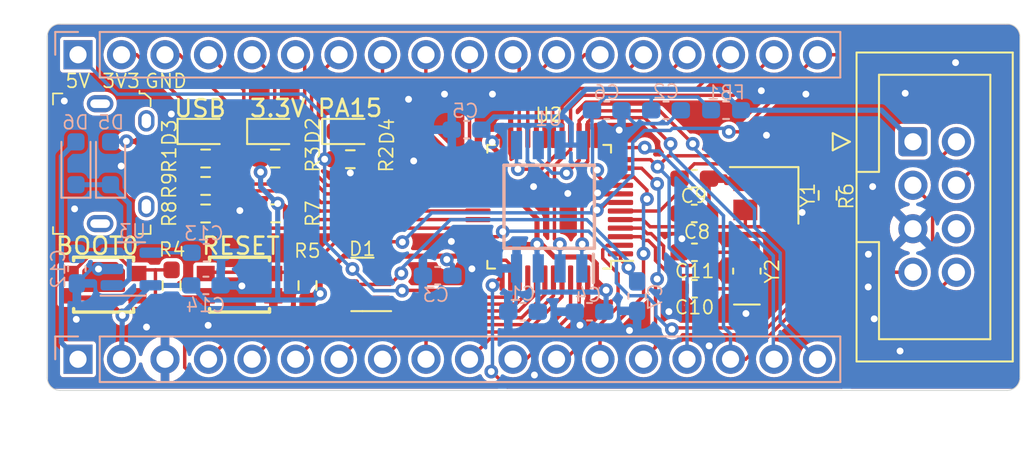
<source format=kicad_pcb>
(kicad_pcb (version 20221018) (generator pcbnew)
  (layers (0 "F.Cu" signal) (31 "B.Cu" signal) (34 "B.Paste" user) (35 "F.Paste" user) (36 "B.SilkS" user "B.Silkscreen") (37 "F.SilkS" user "F.Silkscreen") (38 "B.Mask" user) (39 "F.Mask" user) (44 "Edge.Cuts" user))
  (net 0 "")
  (net 1 "GND")
  (net 2 "+3.3V")
  (net 3 "PC13")
  (net 4 "PB15")
  (net 5 "PB14")
  (net 6 "PB13")
  (net 7 "PB12")
  (net 8 "PB11")
  (net 9 "PB10")
  (net 10 "PB9")
  (net 11 "PB8")
  (net 12 "PB7")
  (net 13 "PB6")
  (net 14 "PB5")
  (net 15 "PB4")
  (net 16 "PB2")
  (net 17 "PB1")
  (net 18 "PB0")
  (net 19 "PA0")
  (net 20 "PA1")
  (net 21 "PA4")
  (net 22 "PA5")
  (net 23 "PA6")
  (net 24 "PA7")
  (net 25 "PA8")
  (net 26 "PA9")
  (net 27 "PA10")
  (net 28 "PA11")
  (net 29 "PA12")
  (net 30 "PA15")
  (net 31 "RTC_BATT")
  (net 32 "Net-(D4-A)")
  (net 33 "VBUS")
  (net 34 "PA2")
  (net 35 "PA3")
  (net 36 "~{RESET}")
  (net 37 "PB3")
  (net 38 "PA13")
  (net 39 "PA14")
  (net 40 "+5V")
  (net 41 "Net-(D3-A)")
  (net 42 "Net-(D5-K)")
  (net 43 "Net-(U2-3V3A)")
  (net 44 "Net-(U2-VBAT)")
  (net 45 "Net-(U2-OSC_8M_A)")
  (net 46 "Net-(U2-OSC_8M_B)")
  (net 47 "Net-(U2-OSC32K_A)")
  (net 48 "Net-(U2-OSC32K_B)")
  (net 49 "Net-(U3-BYP)")
  (net 50 "Net-(J2-D-)")
  (net 51 "Net-(J2-D+)")
  (net 52 "Net-(U2-BOOT0)")
  (net 53 "Net-(D2-A)")
  (footprint "LED_SMD:LED_0603_1608Metric_Pad1.05x0.95mm_HandSolder" (layer "F.Cu") (at 107.4725 54.48)
    (fp_text reference "D3")
    (fp_text value "\"USB\"")
  )
  (footprint "Resistor_SMD:R_0603_1608Metric_Pad0.98x0.95mm_HandSolder" (layer "F.Cu") (at 107.45 56.06 180)
    (fp_text reference "R1")
    (fp_text value "1kΩ")
  )
  (footprint "Capacitor_SMD:C_0603_1608Metric_Pad1.08x0.95mm_HandSolder" (layer "F.Cu") (at 135.995 63.665 180)
    (fp_text reference "C10")
    (fp_text value "20pF")
  )
  (footprint "Resistor_SMD:R_0603_1608Metric_Pad0.98x0.95mm_HandSolder" (layer "F.Cu") (at 113.4 63.475 -90)
    (fp_text reference "R5")
    (fp_text value "10kΩ")
  )
  (footprint "Resistor_SMD:R_0603_1608Metric_Pad0.98x0.95mm_HandSolder" (layer "F.Cu") (at 111.5125 56.06 180)
    (fp_text reference "R3")
    (fp_text value "330Ω")
  )
  (footprint "Retronics_Switches:SKTHACE010" (layer "F.Cu") (at 109.431666 63.425 180)
    (fp_text reference "SW2" hide)
    (fp_text value "RESET" hide)
  )
  (footprint "Crystal:Crystal_SMD_MicroCrystal_CC8V-T1A-2Pin_2.0x1.2mm_HandSoldering" (layer "F.Cu") (at 139.055 62.635 90)
    (fp_text reference "Y2")
    (fp_text value "CM8V-T1A-32.768KHZ-12.5PF")
  )
  (footprint "Crystal:Crystal_SMD_3225-4Pin_3.2x2.5mm" (layer "F.Cu") (at 140.065 58.210833 180)
    (fp_text reference "Y1")
    (fp_text value "XC32M4-8.000")
  )
  (footprint "Resistor_SMD:R_0603_1608Metric_Pad0.98x0.95mm_HandSolder" (layer "F.Cu") (at 115.9 56.1 180)
    (fp_text reference "R2")
    (fp_text value "330Ω")
  )
  (footprint "Connector_IDC:IDC-Header_2x04_P2.54mm_Vertical" (layer "F.Cu") (at 148.75 55.08)
    (fp_text reference "J1" hide)
    (fp_text value "SWDIO+Serial")
  )
  (footprint "Capacitor_SMD:C_0603_1608Metric_Pad1.08x0.95mm_HandSolder" (layer "F.Cu") (at 135.9825 57.235 180)
    (fp_text reference "C9")
    (fp_text value "20pF")
  )
  (footprint "LED_SMD:LED_0603_1608Metric_Pad1.05x0.95mm_HandSolder" (layer "F.Cu") (at 111.535 54.48)
    (fp_text reference "D2")
    (fp_text value "\"3V3\"")
  )
  (footprint "Package_QFP:LQFP-48_7x7mm_P0.5mm" (layer "F.Cu") (at 127.511555 58.875109 180)
    (fp_text reference "U2")
    (fp_text value "STM32F103CBTx")
  )
  (footprint "digikey-footprints:USB_Micro_B_Female_10118194-0001LF" (layer "F.Cu") (at 103.99 56.36 -90)
    (fp_text reference "J2" hide)
    (fp_text value "USB_B_Micro")
  )
  (footprint "Package_TO_SOT_SMD:SOT-23" (layer "F.Cu") (at 116.6075 63.41 180)
    (fp_text reference "D1")
    (fp_text value "BAT54C")
  )
  (footprint "Capacitor_SMD:C_0603_1608Metric_Pad1.08x0.95mm_HandSolder" (layer "F.Cu") (at 135.995 61.535)
    (fp_text reference "C11")
    (fp_text value "20pF")
  )
  (footprint "Capacitor_SMD:C_0603_1608Metric_Pad1.08x0.95mm_HandSolder" (layer "F.Cu") (at 135.9825 59.268333 180)
    (fp_text reference "C8")
    (fp_text value "20pF")
  )
  (footprint "Retronics_Switches:SKTHACE010" (layer "F.Cu") (at 101.495 63.425 180)
    (fp_text reference "SW1" hide)
    (fp_text value "BOOT0" hide)
  )
  (footprint "Resistor_SMD:R_0603_1608Metric_Pad0.98x0.95mm_HandSolder" (layer "F.Cu") (at 107.45 59.27 180)
    (fp_text reference "R8")
    (fp_text value "20Ω")
  )
  (footprint "LED_SMD:LED_0603_1608Metric_Pad1.05x0.95mm_HandSolder" (layer "F.Cu") (at 115.9225 54.48)
    (fp_text reference "D4")
    (fp_text value "\"PA15\"")
  )
  (footprint "Resistor_SMD:R_0603_1608Metric_Pad0.98x0.95mm_HandSolder" (layer "F.Cu") (at 107.45 57.66 180)
    (fp_text reference "R9")
    (fp_text value "20Ω")
  )
  (footprint "Resistor_SMD:R_0603_1608Metric_Pad0.98x0.95mm_HandSolder" (layer "F.Cu") (at 143.77 58.2125 -90)
    (fp_text reference "R6")
    (fp_text value "1MΩ")
  )
  (footprint "Resistor_SMD:R_0603_1608Metric_Pad0.98x0.95mm_HandSolder" (layer "F.Cu") (at 111.5375 59.26 180)
    (fp_text reference "R7")
    (fp_text value "1.5kΩ")
  )
  (footprint "Resistor_SMD:R_0603_1608Metric_Pad0.98x0.95mm_HandSolder" (layer "F.Cu") (at 105.463333 63.475 90)
    (fp_text reference "R4")
    (fp_text value "10kΩ")
  )
  (footprint "Diode_SMD:D_SOD-323_HandSoldering" (layer "B.Cu") (at 101.9 56.3375 90)
    (fp_text reference "D5")
    (fp_text value "B0520WS")
  )
  (footprint "Capacitor_SMD:C_0603_1608Metric_Pad1.08x0.95mm_HandSolder" (layer "B.Cu") (at 132.645 64.095 90)
    (fp_text reference "C7")
    (fp_text value "100nF")
  )
  (footprint "Connector_PinHeader_2.54mm:PinHeader_1x18_P2.54mm_Vertical" (layer "B.Cu") (at 100 67.78 -90)
    (fp_text reference "J4" hide)
    (fp_text value "Header1")
  )
  (footprint "Inductor_SMD:L_0603_1608Metric_Pad1.05x0.95mm_HandSolder" (layer "B.Cu") (at 137.84 53.24)
    (fp_text reference "FB1")
    (fp_text value "Ferrite_Bead_Small")
  )
  (footprint "Capacitor_SMD:C_0603_1608Metric_Pad1.08x0.95mm_HandSolder" (layer "B.Cu") (at 121 62.9 180)
    (fp_text reference "C3")
    (fp_text value "100nF")
  )
  (footprint "Capacitor_SMD:C_0603_1608Metric_Pad1.08x0.95mm_HandSolder" (layer "B.Cu") (at 134.335 53.245 180)
    (fp_text reference "C2")
    (fp_text value "10µF")
  )
  (footprint "Capacitor_SMD:C_0603_1608Metric_Pad1.08x0.95mm_HandSolder" (layer "B.Cu") (at 130.8725 53.245 180)
    (fp_text reference "C6")
    (fp_text value "100nF")
  )
  (footprint "Capacitor_SMD:C_0603_1608Metric_Pad1.08x0.95mm_HandSolder" (layer "B.Cu") (at 129.865 65.005 180)
    (fp_text reference "C4")
    (fp_text value "100nF")
  )
  (footprint "Connector_PinHeader_2.54mm:PinHeader_1x18_P2.54mm_Vertical" (layer "B.Cu") (at 100 50 -90)
    (fp_text reference "J3" hide)
    (fp_text value "Header2")
  )
  (footprint "Capacitor_SMD:C_0603_1608Metric_Pad1.08x0.95mm_HandSolder" (layer "B.Cu") (at 99.93 62.49 90)
    (fp_text reference "C12")
    (fp_text value "10µF")
  )
  (footprint "Capacitor_SMD:C_0603_1608Metric_Pad1.08x0.95mm_HandSolder" (layer "B.Cu") (at 125.985 65.005)
    (fp_text reference "C1")
    (fp_text value "100nF")
  )
  (footprint "Package_TO_SOT_SMD:SOT-23-5" (layer "B.Cu") (at 103.1175 62.51)
    (fp_text reference "U3")
    (fp_text value "LD3985M33R_SOT23")
  )
  (footprint "Diode_SMD:D_SOD-323_HandSoldering" (layer "B.Cu") (at 99.88 56.3375 90)
    (fp_text reference "D6")
    (fp_text value "B0520WS")
  )
  (footprint "Capacitor_SMD:C_0603_1608Metric_Pad1.08x0.95mm_HandSolder" (layer "B.Cu") (at 122.6875 54.375 180)
    (fp_text reference "C5")
    (fp_text value "100nF")
  )
  (footprint "Retronics_Memory:W25Q32JVSSIQ" (layer "B.Cu") (at 127.511555 58.875109 90)
    (fp_text reference "U1")
    (fp_text value "W25Q32JVSSIQ" hide)
  )
  (footprint "Capacitor_SMD:C_0603_1608Metric_Pad1.08x0.95mm_HandSolder" (layer "B.Cu") (at 107.4675 63.47 180)
    (fp_text reference "C14")
    (fp_text value "1µF")
  )
  (footprint "Capacitor_SMD:C_0603_1608Metric_Pad1.08x0.95mm_HandSolder" (layer "B.Cu") (at 107.4875 61.56 180)
    (fp_text reference "C13")
    (fp_text value "10nF")
  )
  (gr_line (start 98.2 48.95) (end 98.2 68.85) (stroke (width 0.05)) (layer "Edge.Cuts"))
  (gr_arc (start 154.25 48.2) (mid 154.78033 48.41967) (end 155 48.95) (stroke (width 0.05)) (layer "Edge.Cuts"))
  (gr_arc (start 98.95 69.6) (mid 98.41967 69.38033) (end 98.2 68.85) (stroke (width 0.05)) (layer "Edge.Cuts"))
  (gr_line (start 98.95 69.6) (end 154.25 69.6) (stroke (width 0.05)) (layer "Edge.Cuts"))
  (gr_arc (start 98.2 48.95) (mid 98.41967 48.41967) (end 98.95 48.2) (stroke (width 0.05)) (layer "Edge.Cuts"))
  (gr_line (start 155 68.85) (end 155 48.95) (stroke (width 0.05)) (layer "Edge.Cuts"))
  (gr_line (start 154.25 48.2) (end 98.95 48.2) (stroke (width 0.05)) (layer "Edge.Cuts"))
  (gr_arc (start 155 68.85) (mid 154.78033 69.38033) (end 154.25 69.6) (stroke (width 0.05)) (layer "Edge.Cuts"))
  (gr_text "GND" (at 103.85 52) (layer "F.SilkS") (effects (font (size 0.8 0.8) (thickness 0.1)) (justify left bottom)))
  (gr_text "PA15" (at 113.9 53.7) (layer "F.SilkS") (effects (font (size 1 1)) (justify left bottom)))
  (gr_text "BOOT0" (at 98.62 61.75) (layer "F.SilkS") (effects (font (size 1 1)) (justify left bottom)))
  (gr_text "RESET" (at 107.15 61.75) (layer "F.SilkS") (effects (font (size 1 1)) (justify left bottom)))
  (gr_text "USB" (at 105.53 53.72) (layer "F.SilkS") (effects (font (size 1 1)) (justify left bottom)))
  (gr_text "3V3" (at 101.35 52) (layer "F.SilkS") (effects (font (size 0.8 0.8) (thickness 0.1)) (justify left bottom)))
  (gr_text "3.3V" (at 109.95 53.71) (layer "F.SilkS") (effects (font (size 1 1)) (justify left bottom)))
  (gr_text "5V" (at 99.2 52) (layer "F.SilkS") (effects (font (size 0.8 0.8) (thickness 0.1)) (justify left bottom)))
  (segment (start 136.845 59.268333) (end 136.845 57.235) (width 0.2) (layer "F.Cu") (net 1))
  (segment (start 135.1325 63.665) (end 135.1325 63.9825) (width 0.5) (layer "F.Cu") (net 1))
  (segment (start 105.700833 64.15) (end 105.463333 64.3875) (width 0.2) (layer "F.Cu") (net 1))
  (segment (start 141.314167 59.21) (end 141.165 59.060833) (width 0.2) (layer "F.Cu") (net 1))
  (segment (start 130.395109 58.125109) (end 130.34 58.07) (width 0.2) (layer "F.Cu") (net 1))
  (segment (start 139.440736 57.360833) (end 141.140736 59.060833) (width 0.2) (layer "F.Cu") (net 1))
  (segment (start 136.845 57.235) (end 138.839167 57.235) (width 0.2) (layer "F.Cu") (net 1))
  (segment (start 115.0475 54.48) (end 115.9 55.3325) (width 0.2) (layer "F.Cu") (net 1))
  (segment (start 115.9 55.3325) (end 115.9 56.9) (width 0.2) (layer "F.Cu") (net 1))
  (segment (start 110.22 64.15) (end 109.57 63.5) (width 0.2) (layer "F.Cu") (net 1))
  (segment (start 106.5975 54.48) (end 106.47 54.48) (width 0.2) (layer "F.Cu") (net 1))
  (segment (start 108.92 64.15) (end 107.631666 64.15) (width 0.2) (layer "F.Cu") (net 1))
  (segment (start 141.140736 59.060833) (end 141.165 59.060833) (width 0.2) (layer "F.Cu") (net 1))
  (segment (start 142.28 59.21) (end 141.314167 59.21) (width 0.2) (layer "F.Cu") (net 1))
  (segment (start 131.674055 58.125109) (end 130.395109 58.125109) (width 0.2) (layer "F.Cu") (net 1))
  (segment (start 109.57 63.5) (end 108.92 64.15) (width 0.2) (layer "F.Cu") (net 1))
  (segment (start 129.31 65.79) (end 129.761555 65.338445) (width 0.2) (layer "F.Cu") (net 1))
  (segment (start 121.8 60.9) (end 122.025109 61.125109) (width 0.2) (layer "F.Cu") (net 1))
  (segment (start 135.1325 61.535) (end 135.1325 60.870333) (width 0.2) (layer "F.Cu") (net 1))
  (segment (start 111.231666 64.15) (end 110.22 64.15) (width 0.2) (layer "F.Cu") (net 1))
  (segment (start 110.6 54.54) (end 110.66 54.48) (width 0.2) (layer "F.Cu") (net 1))
  (segment (start 135.1325 63.9825) (end 135.65 64.5) (width 0.5) (layer "F.Cu") (net 1))
  (segment (start 129.761555 65.338445) (end 129.761555 63.037609) (width 0.2) (layer "F.Cu") (net 1))
  (segment (start 107.631666 64.15) (end 105.700833 64.15) (width 0.2) (layer "F.Cu") (net 1))
  (segment (start 103.99 57.66) (end 103.99 57.01) (width 0.2) (layer "F.Cu") (net 1))
  (segment (start 103.03 57.01) (end 103.99 57.01) (width 0.2) (layer "F.Cu") (net 1))
  (segment (start 135.1325 60.870333) (end 135.26 60.742833) (width 0.2) (layer "F.Cu") (net 1))
  (segment (start 138.839167 57.235) (end 138.965 57.360833) (width 0.2) (layer "F.Cu") (net 1))
  (segment (start 106.47 54.48) (end 105.45 53.46) (width 0.2) (layer "F.Cu") (net 1))
  (segment (start 102.52 56.5) (end 103.03 57.01) (width 0.2) (layer "F.Cu") (net 1))
  (segment (start 138.965 57.360833) (end 139.440736 57.360833) (width 0.2) (layer "F.Cu") (net 1))
  (segment (start 122.025109 61.125109) (end 123.349055 61.125109) (width 0.2) (layer "F.Cu") (net 1))
  (via (at 136.85 67) (size 0.8) (drill 0.4) (layers "F.Cu" "B.Cu") (net 1))
  (via (at 139.9 52.1) (size 0.8) (drill 0.4) (layers "F.Cu" "B.Cu") (net 1))
  (via (at 146.49 65.42) (size 0.8) (drill 0.4) (layers "F.Cu" "B.Cu") (net 1))
  (via (at 142.5 52.3) (size 0.8) (drill 0.4) (layers "F.Cu" "B.Cu") (net 1))
  (via (at 151.24 50.46) (size 0.8) (drill 0.4) (layers "F.Cu" "B.Cu") (net 1))
  (via (at 142.28 59.21) (size 0.8) (drill 0.4) (layers "F.Cu" "B.Cu") (net 1))
  (via (at 119.3 52.6) (size 0.8) (drill 0.4) (layers "F.Cu" "B.Cu") (net 1))
  (via (at 123 62.5) (size 0.8) (drill 0.4) (layers "F.Cu" "B.Cu") (net 1))
  (via (at 104 65.9) (size 0.8) (drill 0.4) (layers "F.Cu" "B.Cu") (net 1))
  (via (at 148.3 52.25) (size 0.8) (drill 0.4) (layers "F.Cu" "B.Cu") (net 1))
  (via (at 128.6 58.1) (size 0.8) (drill 0.4) (layers "F.Cu" "B.Cu") (net 1))
  (via (at 132.2 66.1) (size 0.8) (drill 0.4) (layers "F.Cu" "B.Cu") (net 1))
  (via (at 109.45 59.1) (size 0.8) (drill 0.4) (layers "F.Cu" "B.Cu") (net 1))
  (via (at 121.8 60.9) (size 0.8) (drill 0.4) (layers "F.Cu" "B.Cu") (net 1))
  (via (at 135.26 60.742833) (size 0.8) (drill 0.4) (layers "F.Cu" "B.Cu") (net 1))
  (via (at 107.6 65.8) (size 0.8) (drill 0.4) (layers "F.Cu" "B.Cu") (net 1))
  (via (at 134.5 65) (size 0.8) (drill 0.4) (layers "F.Cu" "B.Cu") (net 1))
  (via (at 115.9 56.9) (size 0.8) (drill 0.4) (layers "F.Cu" "B.Cu") (net 1))
  (via (at 139 65.11) (size 0.8) (drill 0.4) (layers "F.Cu" "B.Cu") (net 1))
  (via (at 129.31 65.79) (size 0.8) (drill 0.4) (layers "F.Cu" "B.Cu") (net 1))
  (via (at 109.57 63.5) (size 0.8) (drill 0.4) (layers "F.Cu" "B.Cu") (net 1))
  (via (at 126.65 68.7) (size 0.8) (drill 0.4) (layers "F.Cu" "B.Cu") (net 1))
  (via (at 101.1945 62.51) (size 0.8) (drill 0.4) (layers "F.Cu" "B.Cu") (net 1))
  (via (at 99.8 59) (size 0.8) (drill 0.4) (layers "F.Cu" "B.Cu") (net 1))
  (via (at 131.6 54.4) (size 0.8) (drill 0.4) (layers "F.Cu" "B.Cu") (net 1))
  (via (at 130.34 58.07) (size 0.8) (drill 0.4) (layers "F.Cu" "B.Cu") (net 1))
  (via (at 126.6 57.7) (size 0.8) (drill 0.4) (layers "F.Cu" "B.Cu") (net 1))
  (via (at 102.52 56.5) (size 0.8) (drill 0.4) (layers "F.Cu" "B.Cu") (net 1))
  (via (at 99.9 65.45) (size 0.8) (drill 0.4) (layers "F.Cu" "B.Cu") (net 1))
  (via (at 146.15 61.65) (size 0.8) (drill 0.4) (layers "F.Cu" "B.Cu") (net 1))
  (via (at 146.4 57.7) (size 0.8) (drill 0.4) (layers "F.Cu" "B.Cu") (net 1))
  (via (at 146.14 63.56) (size 0.8) (drill 0.4) (layers "F.Cu" "B.Cu") (net 1))
  (via (at 121.4 52.3) (size 0.8) (drill 0.4) (layers "F.Cu" "B.Cu") (net 1))
  (via (at 124.2 52.3) (size 0.8) (drill 0.4) (layers "F.Cu" "B.Cu") (net 1))
  (via (at 99.2 52.7) (size 0.8) (drill 0.4) (layers "F.Cu" "B.Cu") (net 1))
  (via (at 119.6 56.2) (size 0.8) (drill 0.4) (layers "F.Cu" "B.Cu") (net 1))
  (via (at 140.2 54.7) (size 0.8) (drill 0.4) (layers "F.Cu" "B.Cu") (net 1))
  (via (at 148 67.3) (size 0.8) (drill 0.4) (layers "F.Cu" "B.Cu") (net 1))
  (via (at 105.45 53.46) (size 0.8) (drill 0.4) (layers "F.Cu" "B.Cu") (net 1))
  (segment (start 100.7725 62.51) (end 99.93 63.3525) (width 0.2) (layer "B.Cu") (net 1))
  (segment (start 132.645 64.9575) (end 132.645 65.655) (width 0.2) (layer "B.Cu") (net 1))
  (segment (start 109.54 63.47) (end 108.33 63.47) (width 0.2) (layer "B.Cu") (net 1))
  (segment (start 125.606555 62.475109) (end 125.575 62.506664) (width 0.2) (layer "B.Cu") (net 1))
  (segment (start 134.4225 54.02) (end 135.1975 53.245) (width 0.2) (layer "B.Cu") (net 1))
  (segment (start 129.0025 65.4825) (end 129.31 65.79) (width 0.2) (layer "B.Cu") (net 1))
  (segment (start 108.35 61.56) (end 108.35 63.45) (width 0.2) (layer "B.Cu") (net 1))
  (segment (start 100.91 62.51) (end 100.9 62.5) (width 0.2) (layer "B.Cu") (net 1))
  (segment (start 99.93 63.3525) (end 99.93 65.42) (width 0.5) (layer "B.Cu") (net 1))
  (segment (start 108.35 63.45) (end 108.33 63.47) (width 0.2) (layer "B.Cu") (net 1))
  (segment (start 131.735 53.245) (end 131.735 54.265) (width 0.2) (layer "B.Cu") (net 1))
  (segment (start 131.735 53.245) (end 132.51 54.02) (width 0.2) (layer "B.Cu") (net 1))
  (segment (start 100.9 62.5) (end 100.89 62.51) (width 0.2) (layer "B.Cu") (net 1))
  (segment (start 99.93 65.42) (end 99.9 65.45) (width 0.5) (layer "B.Cu") (net 1))
  (segment (start 132.51 54.02) (end 134.4225 54.02) (width 0.2) (layer "B.Cu") (net 1))
  (segment (start 109.57 63.5) (end 109.54 63.47) (width 0.2) (layer "B.Cu") (net 1))
  (segment (start 100.89 62.51) (end 100.7725 62.51) (width 0.2) (layer "B.Cu") (net 1))
  (segment (start 129.0025 65.005) (end 129.0025 65.4825) (width 0.2) (layer "B.Cu") (net 1))
  (segment (start 131.735 54.265) (end 131.6 54.4) (width 0.2) (layer "B.Cu") (net 1))
  (segment (start 125.575 64.5525) (end 125.1225 65.005) (width 0.2) (layer "B.Cu") (net 1))
  (segment (start 132.645 65.655) (end 132.2 66.1) (width 0.2) (layer "B.Cu") (net 1))
  (segment (start 125.575 62.506664) (end 125.575 64.5525) (width 0.2) (layer "B.Cu") (net 1))
  (segment (start 101.98 62.51) (end 100.91 62.51) (width 0.2) (layer "B.Cu") (net 1))
  (segment (start 129.871988 61.8095) (end 130.261555 62.199067) (width 0.3) (layer "F.Cu") (net 2))
  (segment (start 117.5645 61.75) (end 117.575 61.7605) (width 0.3) (layer "F.Cu") (net 2))
  (segment (start 114.14 63.95) (end 114.14 63.140852) (width 0.3) (layer "F.Cu") (net 2))
  (segment (start 127.059 61.059) (end 127.8095 61.8095) (width 0.3) (layer "F.Cu") (net 2))
  (segment (start 130.261555 62.199067) (end 130.261555 63.037609) (width 0.3) (layer "F.Cu") (net 2))
  (segment (start 122.6 61.625109) (end 123.349055 61.625109) (width 0.3) (layer "F.Cu") (net 2))
  (segment (start 126.7795 61.0795) (end 126.8 61.059) (width 0.3) (layer "F.Cu") (net 2))
  (segment (start 115.530852 61.75) (end 117.5645 61.75) (width 0.3) (layer "F.Cu") (net 2))
  (segment (start 121.532542 61.955664) (end 121.337378 61.7605) (width 0.3) (layer "F.Cu") (net 2))
  (segment (start 121.337378 61.7605) (end 117.575 61.7605) (width 0.3) (layer "F.Cu") (net 2))
  (segment (start 110.6 56.06) (end 110.6 56.7905) (width 0.3) (layer "F.Cu") (net 2))
  (segment (start 114.14 63.95) (end 113.8375 63.95) (width 0.3) (layer "F.Cu") (net 2))
  (segment (start 124.834535 56.014535) (end 124.185 55.365) (width 0.3) (layer "F.Cu") (net 2))
  (segment (start 111.889439 58.699439) (end 112.45 59.26) (width 0.3) (layer "F.Cu") (net 2))
  (segment (start 121.532542 61.955664) (end 121.727706 61.7605) (width 0.3) (layer "F.Cu") (net 2))
  (segment (start 124.834535 57.6) (end 124.834535 56.014535) (width 0.3) (layer "F.Cu") (net 2))
  (segment (start 124.761555 54.712609) (end 124.577391 54.712609) (width 0.3) (layer "F.Cu") (net 2))
  (segment (start 121.727706 61.7605) (end 122.464609 61.7605) (width 0.3) (layer "F.Cu") (net 2))
  (segment (start 123.349055 61.625109) (end 124.238495 61.625109) (width 0.3) (layer "F.Cu") (net 2))
  (segment (start 126.8 59.565465) (end 126.8 61.059) (width 0.3) (layer "F.Cu") (net 2))
  (segment (start 124.784104 61.0795) (end 126.7795 61.0795) (width 0.3) (layer "F.Cu") (net 2))
  (segment (start 117.56 62.46) (end 117.56 61.7755) (width 0.3) (layer "F.Cu") (net 2))
  (segment (start 113.8375 63.95) (end 113.4 64.3875) (width 0.3) (layer "F.Cu") (net 2))
  (segment (start 124.577391 54.712609) (end 124.185 55.105) (width 0.3) (layer "F.Cu") (net 2))
  (segment (start 117.56 61.7755) (end 117.575 61.7605) (width 0.3) (layer "F.Cu") (net 2))
  (segment (start 110.6 56.7905) (end 110.66 56.8505) (width 0.3) (layer "F.Cu") (net 2))
  (segment (start 101.88 64.205) (end 99.32 64.205) (width 0.3) (layer "F.Cu") (net 2))
  (segment (start 126.2 58.965465) (end 126.8 59.565465) (width 0.3) (layer "F.Cu") (net 2))
  (segment (start 101.88 64.51) (end 102.59 65.22) (width 0.3) (layer "F.Cu") (net 2))
  (segment (start 124.238495 61.625109) (end 124.784104 61.0795) (width 0.3) (layer "F.Cu") (net 2))
  (segment (start 127.8095 61.8095) (end 129.871988 61.8095) (width 0.3) (layer "F.Cu") (net 2))
  (segment (start 130.261555 63.037609) (end 130.261555 63.171555) (width 0.3) (layer "F.Cu") (net 2))
  (segment (start 102.92 64.205) (end 101.88 64.205) (width 0.3) (layer "F.Cu") (net 2))
  (segment (start 101.88 64.205) (end 101.88 64.51) (width 0.3) (layer "F.Cu") (net 2))
  (segment (start 124.185 55.365) (end 124.185 55.105) (width 0.3) (layer "F.Cu") (net 2))
  (segment (start 126.2 58.965465) (end 124.834535 57.6) (width 0.3) (layer "F.Cu") (net 2))
  (segment (start 111.647138 58.699439) (end 111.889439 58.699439) (width 0.3) (layer "F.Cu") (net 2))
  (segment (start 122.464609 61.7605) (end 122.6 61.625109) (width 0.3) (layer "F.Cu") (net 2))
  (segment (start 114.14 63.140852) (end 115.530852 61.75) (width 0.3) (layer "F.Cu") (net 2))
  (segment (start 130.261555 63.171555) (end 130.835 63.745) (width 0.3) (layer "F.Cu") (net 2))
  (via (at 121.532542 61.955664) (size 0.8) (drill 0.4) (layers "F.Cu" "B.Cu") (net 2))
  (via (at 114.14 63.95) (size 0.8) (drill 0.4) (layers "F.Cu" "B.Cu") (net 2))
  (via (at 124.185 55.105) (size 0.8) (drill 0.4) (layers "F.Cu" "B.Cu") (net 2))
  (via (at 126.8 61.059) (size 0.8) (drill 0.4) (layers "F.Cu" "B.Cu") (net 2))
  (via (at 111.66 58.69) (size 0.8) (drill 0.4) (layers "F.Cu" "B.Cu") (net 2))
  (via (at 110.66 56.8505) (size 0.8) (drill 0.4) (layers "F.Cu" "B.Cu") (net 2))
  (via (at 102.59 65.22) (size 0.8) (drill 0.4) (layers "F.Cu" "B.Cu") (net 2))
  (via (at 130.835 63.745) (size 0.8) (drill 0.4) (layers "F.Cu" "B.Cu") (net 2))
  (segment (start 124.185 55.105) (end 124.185 55.01) (width 0.3) (layer "B.Cu") (net 2))
  (segment (start 130.835 64.8975) (end 130.7275 65.005) (width 0.3) (layer "B.Cu") (net 2))
  (segment (start 106.605 63.47) (end 107.455 64.32) (width 0.3) (layer "B.Cu") (net 2))
  (segment (start 126.8475 63.86) (end 130.72 63.86) (width 0.3) (layer "B.Cu") (net 2))
  (segment (start 129.66 52.02) (end 137.495 52.02) (width 0.3) (layer "B.Cu") (net 2))
  (segment (start 121.532542 61.955664) (end 121.8625 62.285622) (width 0.3) (layer "B.Cu") (net 2))
  (segment (start 111.66 64.31) (end 111.65 64.32) (width 0.3) (layer "B.Cu") (net 2))
  (segment (start 126.8 61.059) (end 126.8 61.66) (width 0.3) (layer "B.Cu") (net 2))
  (segment (start 107.455 64.32) (end 111.65 64.32) (width 0.3) (layer "B.Cu") (net 2))
  (segment (start 102.59 65.22) (end 102.54 65.175) (width 0.3) (layer "B.Cu") (net 2))
  (segment (start 126.8 61.66) (end 126.876555 61.736555) (width 0.3) (layer "B.Cu") (net 2))
  (segment (start 126.8475 65.005) (end 126.8475 63.86) (width 0.3) (layer "B.Cu") (net 2))
  (segment (start 102.54 65.175) (end 104.255 63.46) (width 0.3) (layer "B.Cu") (net 2))
  (segment (start 130.72 63.86) (end 130.835 63.745) (width 0.3) (layer "B.Cu") (net 2))
  (segment (start 124.295 53.63) (end 123.55 54.375) (width 0.3) (layer "B.Cu") (net 2))
  (segment (start 124.185 55.01) (end 123.55 54.375) (width 0.3) (layer "B.Cu") (net 2))
  (segment (start 126.8475 62.504164) (end 126.876555 62.475109) (width 0.3) (layer "B.Cu") (net 2))
  (segment (start 113.825 64.32) (end 114.14 64.005) (width 0.3) (layer "B.Cu") (net 2))
  (segment (start 129.416555 55.275109) (end 128.8 55.275109) (width 0.3) (layer "B.Cu") (net 2))
  (segment (start 110.66 57.712301) (end 111.647138 58.699439) (width 0.3) (layer "B.Cu") (net 2))
  (segment (start 102.54 67.78) (end 102.59 65.22) (width 0.3) (layer "B.Cu") (net 2))
  (segment (start 128.05 53.63) (end 124.295 53.63) (width 0.3) (layer "B.Cu") (net 2))
  (segment (start 126.8475 63.86) (end 126.8475 62.504164) (width 0.3) (layer "B.Cu") (net 2))
  (segment (start 111.66 58.69) (end 111.66 64.31) (width 0.3) (layer "B.Cu") (net 2))
  (segment (start 128.05 53.63) (end 129.66 52.02) (width 0.3) (layer "B.Cu") (net 2))
  (segment (start 106.605 63.47) (end 104.265 63.47) (width 0.3) (layer "B.Cu") (net 2))
  (segment (start 130.835 63.745) (end 130.835 64.8975) (width 0.3) (layer "B.Cu") (net 2))
  (segment (start 121.8625 62.285622) (end 121.8625 62.9) (width 0.3) (layer "B.Cu") (net 2))
  (segment (start 114.14 64.005) (end 114.14 63.95) (width 0.3) (layer "B.Cu") (net 2))
  (segment (start 110.66 56.8505) (end 110.66 57.712301) (width 0.3) (layer "B.Cu") (net 2))
  (segment (start 126.876555 61.736555) (end 126.876555 62.475109) (width 0.3) (layer "B.Cu") (net 2))
  (segment (start 138.715 53.24) (end 146.91 53.24) (width 0.3) (layer "B.Cu") (net 2))
  (segment (start 128.8 54.03) (end 128.4 53.63) (width 0.3) (layer "B.Cu") (net 2))
  (segment (start 137.495 52.02) (end 138.715 53.24) (width 0.3) (layer "B.Cu") (net 2))
  (segment (start 128.8 55.275109) (end 128.146555 55.275109) (width 0.3) (layer "B.Cu") (net 2))
  (segment (start 146.91 53.24) (end 148.75 55.08) (width 0.3) (layer "B.Cu") (net 2))
  (segment (start 111.65 64.32) (end 113.825 64.32) (width 0.3) (layer "B.Cu") (net 2))
  (segment (start 128.4 53.63) (end 128.05 53.63) (width 0.3) (layer "B.Cu") (net 2))
  (segment (start 104.265 63.47) (end 104.255 63.46) (width 0.3) (layer "B.Cu") (net 2))
  (segment (start 128.8 55.275109) (end 128.8 54.03) (width 0.3) (layer "B.Cu") (net 2))
  (segment (start 131.674055 61.125109) (end 130.906225 61.125109) (width 0.2) (layer "F.Cu") (net 3))
  (segment (start 131.535 64.705) (end 128.46 67.78) (width 0.2) (layer "F.Cu") (net 3))
  (segment (start 130.906225 61.125109) (end 130.636555 61.394779) (width 0.2) (layer "F.Cu") (net 3))
  (segment (start 131.535 62.785) (end 131.535 64.705) (width 0.2) (layer "F.Cu") (net 3))
  (segment (start 130.636555 61.394779) (end 130.636555 61.886555) (width 0.2) (layer "F.Cu") (net 3))
  (segment (start 130.636555 61.886555) (end 131.535 62.785) (width 0.2) (layer "F.Cu") (net 3))
  (segment (start 128.46 67.78) (end 127.94 67.78) (width 0.2) (layer "F.Cu") (net 3))
  (segment (start 113.635 56.719314) (end 113.635 51.605) (width 0.2) (layer "F.Cu") (net 4))
  (segment (start 114.540795 57.625109) (end 123.349055 57.625109) (width 0.2) (layer "F.Cu") (net 4))
  (segment (start 113.635 51.605) (end 115.24 50) (width 0.2) (layer "F.Cu") (net 4))
  (segment (start 113.635 56.719314) (end 114.540795 57.625109) (width 0.2) (layer "F.Cu") (net 4))
  (segment (start 117.15 50) (end 117.78 50) (width 0.2) (layer "F.Cu") (net 5))
  (segment (start 123.349055 57.125109) (end 122.515539 57.125109) (width 0.2) (layer "F.Cu") (net 5))
  (segment (start 117.78 52.38957) (end 117.78 50) (width 0.2) (layer "F.Cu") (net 5))
  (segment (start 122.515539 57.125109) (end 117.78 52.38957) (width 0.2) (layer "F.Cu") (net 5))
  (segment (start 120.31 54.353884) (end 120.31 50.01) (width 0.2) (layer "F.Cu") (net 6))
  (segment (start 122.581225 56.625109) (end 120.31 54.353884) (width 0.2) (layer "F.Cu") (net 6))
  (segment (start 120.31 50.01) (end 120.32 50) (width 0.2) (layer "F.Cu") (net 6))
  (segment (start 123.349055 56.625109) (end 122.581225 56.625109) (width 0.2) (layer "F.Cu") (net 6))
  (segment (start 122.86 55.636054) (end 122.86 50) (width 0.2) (layer "F.Cu") (net 7))
  (segment (start 123.349055 56.125109) (end 122.86 55.636054) (width 0.2) (layer "F.Cu") (net 7))
  (segment (start 125.761555 54.712609) (end 125.761555 50.361555) (width 0.2) (layer "F.Cu") (net 8))
  (segment (start 125.761555 50.361555) (end 125.4 50) (width 0.2) (layer "F.Cu") (net 8))
  (segment (start 126.261555 51.678445) (end 127.94 50) (width 0.2) (layer "F.Cu") (net 9))
  (segment (start 126.261555 54.712609) (end 126.261555 51.678445) (width 0.2) (layer "F.Cu") (net 9))
  (segment (start 125.4 67.78) (end 126.16 67.78) (width 0.2) (layer "F.Cu") (net 10))
  (segment (start 126.16 67.78) (end 129.261555 64.678445) (width 0.2) (layer "F.Cu") (net 10))
  (segment (start 129.261555 64.678445) (end 129.261555 63.037609) (width 0.2) (layer "F.Cu") (net 10))
  (segment (start 128.761555 64.612759) (end 126.784314 66.59) (width 0.2) (layer "F.Cu") (net 11))
  (segment (start 128.761555 63.037609) (end 128.761555 64.612759) (width 0.2) (layer "F.Cu") (net 11))
  (segment (start 126.784314 66.59) (end 124.05 66.59) (width 0.2) (layer "F.Cu") (net 11))
  (segment (start 124.05 66.59) (end 122.86 67.78) (width 0.2) (layer "F.Cu") (net 11))
  (segment (start 120.32 66.72) (end 121.28 65.76) (width 0.2) (layer "F.Cu") (net 12))
  (segment (start 127.761555 64.068183) (end 127.761555 63.037609) (width 0.2) (layer "F.Cu") (net 12))
  (segment (start 126.069736 65.76) (end 127.761555 64.068183) (width 0.2) (layer "F.Cu") (net 12))
  (segment (start 121.28 65.76) (end 126.069736 65.76) (width 0.2) (layer "F.Cu") (net 12))
  (segment (start 120.32 67.78) (end 120.32 66.72) (width 0.2) (layer "F.Cu") (net 12))
  (segment (start 125.90405 65.36) (end 127.261555 64.002497) (width 0.2) (layer "F.Cu") (net 13))
  (segment (start 117.78 67.78) (end 120.2 65.36) (width 0.2) (layer "F.Cu") (net 13))
  (segment (start 127.261555 64.002497) (end 127.261555 63.037609) (width 0.2) (layer "F.Cu") (net 13))
  (segment (start 120.2 65.36) (end 125.90405 65.36) (width 0.2) (layer "F.Cu") (net 13))
  (segment (start 126.761555 63.936811) (end 126.761555 63.037609) (width 0.2) (layer "F.Cu") (net 14))
  (segment (start 120.034315 64.96) (end 125.738365 64.96) (width 0.2) (layer "F.Cu") (net 14))
  (segment (start 125.738365 64.96) (end 126.761555 63.936811) (width 0.2) (layer "F.Cu") (net 14))
  (segment (start 116.885343 66.134657) (end 118.859657 66.134657) (width 0.2) (layer "F.Cu") (net 14))
  (segment (start 118.859657 66.134657) (end 120.034315 64.96) (width 0.2) (layer "F.Cu") (net 14))
  (segment (start 115.24 67.78) (end 116.885343 66.134657) (width 0.2) (layer "F.Cu") (net 14))
  (segment (start 118.693971 65.734657) (end 119.868629 64.56) (width 0.2) (layer "F.Cu") (net 15))
  (segment (start 119.868629 64.56) (end 125.572679 64.56) (width 0.2) (layer "F.Cu") (net 15))
  (segment (start 114.745343 65.734657) (end 118.693971 65.734657) (width 0.2) (layer "F.Cu") (net 15))
  (segment (start 125.572679 64.56) (end 126.261555 63.871125) (width 0.2) (layer "F.Cu") (net 15))
  (segment (start 112.7 67.78) (end 114.745343 65.734657) (width 0.2) (layer "F.Cu") (net 15))
  (segment (start 126.261555 63.871125) (end 126.261555 63.037609) (width 0.2) (layer "F.Cu") (net 15))
  (segment (start 129.59 50) (end 130.48 50) (width 0.2) (layer "F.Cu") (net 16))
  (segment (start 126.761555 54.712609) (end 126.761555 52.828445) (width 0.2) (layer "F.Cu") (net 16))
  (segment (start 126.761555 52.828445) (end 129.59 50) (width 0.2) (layer "F.Cu") (net 16))
  (segment (start 127.261555 54.712609) (end 127.261555 52.894131) (width 0.2) (layer "F.Cu") (net 17))
  (segment (start 131.85 51.17) (end 133.02 50) (width 0.2) (layer "F.Cu") (net 17))
  (segment (start 127.261555 52.894131) (end 128.985686 51.17) (width 0.2) (layer "F.Cu") (net 17))
  (segment (start 128.985686 51.17) (end 131.85 51.17) (width 0.2) (layer "F.Cu") (net 17))
  (segment (start 127.72 54.671054) (end 127.72 53.001372) (width 0.2) (layer "F.Cu") (net 18))
  (segment (start 127.761555 54.712609) (end 127.72 54.671054) (width 0.2) (layer "F.Cu") (net 18))
  (segment (start 129.151372 51.57) (end 133.99 51.57) (width 0.2) (layer "F.Cu") (net 18))
  (segment (start 127.72 53.001372) (end 129.151372 51.57) (width 0.2) (layer "F.Cu") (net 18))
  (segment (start 133.99 51.57) (end 135.56 50) (width 0.2) (layer "F.Cu") (net 18))
  (segment (start 130.48 67.78) (end 130.48 66.62) (width 0.2) (layer "F.Cu") (net 19))
  (segment (start 132.441885 57.125109) (end 131.674055 57.125109) (width 0.2) (layer "F.Cu") (net 19))
  (segment (start 133.0205 64.0795) (end 133.0205 61.61) (width 0.2) (layer "F.Cu") (net 19))
  (segment (start 133.22 57.903224) (end 132.441885 57.125109) (width 0.2) (layer "F.Cu") (net 19))
  (segment (start 133.22 58.425609) (end 133.22 57.903224) (width 0.2) (layer "F.Cu") (net 19))
  (segment (start 130.48 66.62) (end 133.0205 64.0795) (width 0.2) (layer "F.Cu") (net 19))
  (via (at 133.22 58.425609) (size 0.8) (drill 0.4) (layers "F.Cu" "B.Cu") (net 19))
  (via (at 133.0205 61.61) (size 0.8) (drill 0.4) (layers "F.Cu" "B.Cu") (net 19))
  (segment (start 133.0205 58.625109) (end 133.22 58.425609) (width 0.2) (layer "B.Cu") (net 19))
  (segment (start 133.0205 61.61) (end 133.0205 58.625109) (width 0.2) (layer "B.Cu") (net 19))
  (segment (start 133.813814 63.093058) (end 133.72 63.186872) (width 0.2) (layer "F.Cu") (net 20))
  (segment (start 133.72 67.08) (end 133.02 67.78) (width 0.2) (layer "F.Cu") (net 20))
  (segment (start 132.903685 56.625109) (end 131.674055 56.625109) (width 0.2) (layer "F.Cu") (net 20))
  (segment (start 133.816595 57.538019) (end 132.903685 56.625109) (width 0.2) (layer "F.Cu") (net 20))
  (segment (start 133.72 63.186872) (end 133.72 67.08) (width 0.2) (layer "F.Cu") (net 20))
  (via (at 133.813814 63.093058) (size 0.8) (drill 0.4) (layers "F.Cu" "B.Cu") (net 20))
  (via (at 133.816595 57.538019) (size 0.8) (drill 0.4) (layers "F.Cu" "B.Cu") (net 20))
  (segment (start 133.813814 63.093058) (end 133.92 62.986872) (width 0.2) (layer "B.Cu") (net 20))
  (segment (start 133.92 57.641424) (end 133.816595 57.538019) (width 0.2) (layer "B.Cu") (net 20))
  (segment (start 133.92 62.986872) (end 133.92 57.641424) (width 0.2) (layer "B.Cu") (net 20))
  (segment (start 129.761555 53.944779) (end 129.761555 54.712609) (width 0.2) (layer "F.Cu") (net 21))
  (segment (start 130.031225 53.675109) (end 129.761555 53.944779) (width 0.2) (layer "F.Cu") (net 21))
  (segment (start 129.761555 56.234593) (end 129.761555 54.712609) (width 0.2) (layer "F.Cu") (net 21))
  (segment (start 129.43 61.0495) (end 129.43 56.566148) (width 0.2) (layer "F.Cu") (net 21))
  (segment (start 129.43 56.566148) (end 129.761555 56.234593) (width 0.2) (layer "F.Cu") (net 21))
  (segment (start 134.5995 55.1995) (end 133.075109 53.675109) (width 0.2) (layer "F.Cu") (net 21))
  (segment (start 134.6 55.1995) (end 134.5995 55.1995) (width 0.2) (layer "F.Cu") (net 21))
  (segment (start 129.44 61.0595) (end 129.43 61.0495) (width 0.2) (layer "F.Cu") (net 21))
  (segment (start 133.075109 53.675109) (end 130.031225 53.675109) (width 0.2) (layer "F.Cu") (net 21))
  (via (at 129.44 61.0595) (size 0.8) (drill 0.4) (layers "F.Cu" "B.Cu") (net 21))
  (via (at 134.6 55.1995) (size 0.8) (drill 0.4) (layers "F.Cu" "B.Cu") (net 21))
  (segment (start 140.6 61.742172) (end 140.6 67.74) (width 0.2) (layer "B.Cu") (net 21))
  (segment (start 129.416555 61.082945) (end 129.416555 62.475109) (width 0.2) (layer "B.Cu") (net 21))
  (segment (start 140.6 67.74) (end 140.64 67.78) (width 0.2) (layer "B.Cu") (net 21))
  (segment (start 129.44 61.0595) (end 129.416555 61.082945) (width 0.2) (layer "B.Cu") (net 21))
  (segment (start 134.6 55.742172) (end 140.6 61.742172) (width 0.2) (layer "B.Cu") (net 21))
  (segment (start 134.6 55.1995) (end 134.6 55.742172) (width 0.2) (layer "B.Cu") (net 21))
  (segment (start 129.261555 56.168907) (end 129.261555 54.712609) (width 0.2) (layer "F.Cu") (net 22))
  (segment (start 128.5195 56.910962) (end 129.261555 56.168907) (width 0.2) (layer "F.Cu") (net 22))
  (segment (start 135.892792 55.199092) (end 133.968809 53.275109) (width 0.2) (layer "F.Cu") (net 22))
  (segment (start 133.968809 53.275109) (end 129.834891 53.275109) (width 0.2) (layer "F.Cu") (net 22))
  (segment (start 129.261555 53.848445) (end 129.261555 54.712609) (width 0.2) (layer "F.Cu") (net 22))
  (segment (start 129.834891 53.275109) (end 129.261555 53.848445) (width 0.2) (layer "F.Cu") (net 22))
  (via (at 128.5195 56.910962) (size 0.8) (drill 0.4) (layers "F.Cu" "B.Cu") (net 22))
  (via (at 135.892792 55.199092) (size 0.8) (drill 0.4) (layers "F.Cu" "B.Cu") (net 22))
  (segment (start 135.892792 55.199092) (end 135.892792 55.372792) (width 0.2) (layer "B.Cu") (net 22))
  (segment (start 128.5195 56.910962) (end 127.687408 56.910962) (width 0.2) (layer "B.Cu") (net 22))
  (segment (start 126.876555 56.100109) (end 126.876555 55.275109) (width 0.2) (layer "B.Cu") (net 22))
  (segment (start 141 65.6) (end 143.18 67.78) (width 0.2) (layer "B.Cu") (net 22))
  (segment (start 135.892792 55.372792) (end 139.501757 58.981757) (width 0.2) (layer "B.Cu") (net 22))
  (segment (start 127.687408 56.910962) (end 126.876555 56.100109) (width 0.2) (layer "B.Cu") (net 22))
  (segment (start 139.501757 60.078243) (end 141 61.576486) (width 0.2) (layer "B.Cu") (net 22))
  (segment (start 139.501757 58.981757) (end 139.501757 60.078243) (width 0.2) (layer "B.Cu") (net 22))
  (segment (start 141 61.576486) (end 141 65.6) (width 0.2) (layer "B.Cu") (net 22))
  (segment (start 128.761555 55.546125) (end 128.761555 54.712609) (width 0.2) (layer "F.Cu") (net 23))
  (segment (start 129.482744 52.37) (end 138.27 52.37) (width 0.2) (layer "F.Cu") (net 23))
  (segment (start 127.82 56.48768) (end 128.761555 55.546125) (width 0.2) (layer "F.Cu") (net 23))
  (segment (start 128.761555 54.712609) (end 128.761555 53.091189) (width 0.2) (layer "F.Cu") (net 23))
  (segment (start 128.135 61.0595) (end 127.82 60.7445) (width 0.2) (layer "F.Cu") (net 23))
  (segment (start 138.27 52.37) (end 140.64 50) (width 0.2) (layer "F.Cu") (net 23))
  (segment (start 128.761555 53.091189) (end 129.482744 52.37) (width 0.2) (layer "F.Cu") (net 23))
  (segment (start 127.82 60.7445) (end 127.82 56.48768) (width 0.2) (layer "F.Cu") (net 23))
  (via (at 128.135 61.0595) (size 0.8) (drill 0.4) (layers "F.Cu" "B.Cu") (net 23))
  (segment (start 128.146555 61.071055) (end 128.146555 62.475109) (width 0.2) (layer "B.Cu") (net 23))
  (segment (start 128.135 61.0595) (end 128.146555 61.071055) (width 0.2) (layer "B.Cu") (net 23))
  (segment (start 127.056994 56.685) (end 128.261555 55.480439) (width 0.2) (layer "F.Cu") (net 24))
  (segment (start 136.13 51.97) (end 138.1 50) (width 0.2) (layer "F.Cu") (net 24))
  (segment (start 125.685 56.685) (end 127.056994 56.685) (width 0.2) (layer "F.Cu") (net 24))
  (segment (start 128.261555 55.480439) (end 128.261555 54.712609) (width 0.2) (layer "F.Cu") (net 24))
  (segment (start 128.261555 53.025503) (end 129.317058 51.97) (width 0.2) (layer "F.Cu") (net 24))
  (segment (start 128.261555 54.712609) (end 128.261555 53.025503) (width 0.2) (layer "F.Cu") (net 24))
  (segment (start 129.317058 51.97) (end 136.13 51.97) (width 0.2) (layer "F.Cu") (net 24))
  (via (at 125.685 56.685) (size 0.8) (drill 0.4) (layers "F.Cu" "B.Cu") (net 24))
  (segment (start 125.606555 55.275109) (end 125.606555 56.606555) (width 0.2) (layer "B.Cu") (net 24))
  (segment (start 125.606555 56.606555) (end 125.685 56.685) (width 0.2) (layer "B.Cu") (net 24))
  (segment (start 113.235 56.885) (end 113.235 50.535) (width 0.2) (layer "F.Cu") (net 25))
  (segment (start 114.480109 58.130109) (end 113.235 56.885) (width 0.2) (layer "F.Cu") (net 25))
  (segment (start 113.235 50.535) (end 112.7 50) (width 0.2) (layer "F.Cu") (net 25))
  (segment (start 123.349055 58.125109) (end 114.485109 58.125109) (width 0.2) (layer "F.Cu") (net 25))
  (segment (start 114.485109 58.125109) (end 114.480109 58.130109) (width 0.2) (layer "F.Cu") (net 25))
  (segment (start 123.349055 58.625109) (end 114.204121 58.625109) (width 0.2) (layer "F.Cu") (net 26))
  (segment (start 111.71 57.01) (end 112.579012 57.01) (width 0.2) (layer "F.Cu") (net 26))
  (segment (start 111.485 51.325) (end 111.485 56.785) (width 0.2) (layer "F.Cu") (net 26))
  (segment (start 112.579012 57.01) (end 114.199121 58.630109) (width 0.2) (layer "F.Cu") (net 26))
  (segment (start 110.16 50) (end 111.485 51.325) (width 0.2) (layer "F.Cu") (net 26))
  (segment (start 114.204121 58.625109) (end 114.199121 58.630109) (width 0.2) (layer "F.Cu") (net 26))
  (segment (start 111.485 56.785) (end 111.71 57.01) (width 0.2) (layer "F.Cu") (net 26))
  (segment (start 110.13 57.55) (end 109.68 57.1) (width 0.2) (layer "F.Cu") (net 27))
  (segment (start 109.68 52.06) (end 107.62 50) (width 0.2) (layer "F.Cu") (net 27))
  (segment (start 114.138435 59.125109) (end 114.133435 59.130109) (width 0.2) (layer "F.Cu") (net 27))
  (segment (start 112.553325 57.55) (end 110.13 57.55) (width 0.2) (layer "F.Cu") (net 27))
  (segment (start 123.349055 59.125109) (end 114.138435 59.125109) (width 0.2) (layer "F.Cu") (net 27))
  (segment (start 109.68 57.1) (end 109.68 52.06) (width 0.2) (layer "F.Cu") (net 27))
  (segment (start 114.133435 59.130109) (end 112.553325 57.55) (width 0.2) (layer "F.Cu") (net 27))
  (segment (start 109.28 57.81) (end 109.28 56.81) (width 0.2) (layer "F.Cu") (net 28))
  (segment (start 109.28 56.81) (end 109.28 53.35) (width 0.2) (layer "F.Cu") (net 28))
  (segment (start 112.38764 57.95) (end 109.28 57.95) (width 0.2) (layer "F.Cu") (net 28))
  (segment (start 105.93 50) (end 109.28 53.35) (width 0.2) (layer "F.Cu") (net 28))
  (segment (start 109.28 57.95) (end 109.28 57.81) (width 0.2) (layer "F.Cu") (net 28))
  (segment (start 114.072749 59.625109) (end 114.067749 59.630109) (width 0.2) (layer "F.Cu") (net 28))
  (segment (start 114.067749 59.630109) (end 112.38764 57.95) (width 0.2) (layer "F.Cu") (net 28))
  (segment (start 108.3625 59.0875) (end 109.28 58.17) (width 0.2) (layer "F.Cu") (net 28))
  (segment (start 109.28 58.17) (end 109.28 57.95) (width 0.2) (layer "F.Cu") (net 28))
  (segment (start 123.349055 59.625109) (end 114.072749 59.625109) (width 0.2) (layer "F.Cu") (net 28))
  (segment (start 108.3625 59.27) (end 108.3625 59.0875) (width 0.2) (layer "F.Cu") (net 28))
  (segment (start 105.08 50) (end 105.93 50) (width 0.2) (layer "F.Cu") (net 28))
  (segment (start 110.67 60.130109) (end 107.974969 60.130109) (width 0.2) (layer "F.Cu") (net 29))
  (segment (start 107.44 54.01) (end 107.44 57.63) (width 0.2) (layer "F.Cu") (net 29))
  (segment (start 108.3625 57.66) (end 107.47 57.66) (width 0.2) (layer "F.Cu") (net 29))
  (segment (start 108.3725 57.65) (end 108.3625 57.66) (width 0.2) (layer "F.Cu") (net 29))
  (segment (start 107.44 59.59514) (end 107.44 57.63) (width 0.2) (layer "F.Cu") (net 29))
  (segment (start 110.675 60.125109) (end 110.67 60.130109) (width 0.2) (layer "F.Cu") (net 29))
  (segment (start 107.47 57.66) (end 107.44 57.63) (width 0.2) (layer "F.Cu") (net 29))
  (segment (start 107.974969 60.130109) (end 107.44 59.59514) (width 0.2) (layer "F.Cu") (net 29))
  (segment (start 103.43 50) (end 102.54 50) (width 0.2) (layer "F.Cu") (net 29))
  (segment (start 110.625 60.085109) (end 110.67 60.130109) (width 0.2) (layer "F.Cu") (net 29))
  (segment (start 123.349055 60.125109) (end 110.675 60.125109) (width 0.2) (layer "F.Cu") (net 29))
  (segment (start 107.44 54.01) (end 103.43 50) (width 0.2) (layer "F.Cu") (net 29))
  (segment (start 110.625 59.26) (end 110.625 60.085109) (width 0.2) (layer "F.Cu") (net 29))
  (segment (start 116.025 62.5105) (end 116.236604 62.5105) (width 0.2) (layer "F.Cu") (net 30))
  (segment (start 118.94 63.76) (end 122.74 63.76) (width 0.2) (layer "F.Cu") (net 30))
  (segment (start 122.74 63.76) (end 124.499891 62.000109) (width 0.2) (layer "F.Cu") (net 30))
  (segment (start 114.9875 56.1) (end 114.4 56.1) (width 0.2) (layer "F.Cu") (net 30))
  (segment (start 125.261555 62.269779) (end 125.261555 63.037609) (width 0.2) (layer "F.Cu") (net 30))
  (segment (start 124.991885 62.000109) (end 125.261555 62.269779) (width 0.2) (layer "F.Cu") (net 30))
  (segment (start 124.499891 62.000109) (end 124.991885 62.000109) (width 0.2) (layer "F.Cu") (net 30))
  (segment (start 118.925 63.775) (end 118.94 63.76) (width 0.2) (layer "F.Cu") (net 30))
  (via (at 114.4 56.1) (size 0.8) (drill 0.4) (layers "F.Cu" "B.Cu") (net 30))
  (via (at 116.025 62.5105) (size 0.8) (drill 0.4) (layers "F.Cu" "B.Cu") (net 30))
  (via (at 118.925 63.775) (size 0.8) (drill 0.4) (layers "F.Cu" "B.Cu") (net 30))
  (segment (start 114.4 56.1) (end 114.4 53.6) (width 0.2) (layer "B.Cu") (net 30))
  (segment (start 116.025 62.5105) (end 117.2895 63.775) (width 0.2) (layer "B.Cu") (net 30))
  (segment (start 114.4 60.914559) (end 114.4 56.1) (width 0.2) (layer "B.Cu") (net 30))
  (segment (start 113.1 52.3) (end 102.3 52.3) (width 0.2) (layer "B.Cu") (net 30))
  (segment (start 114.4 53.6) (end 113.1 52.3) (width 0.2) (layer "B.Cu") (net 30))
  (segment (start 102.3 52.3) (end 100 50) (width 0.2) (layer "B.Cu") (net 30))
  (segment (start 116.025 62.5105) (end 115.995941 62.5105) (width 0.2) (layer "B.Cu") (net 30))
  (segment (start 115.99594 62.5105) (end 116.025 62.5105) (width 0.2) (layer "B.Cu") (net 30))
  (segment (start 117.2895 63.775) (end 118.925 63.775) (width 0.2) (layer "B.Cu") (net 30))
  (segment (start 115.995941 62.5105) (end 114.4 60.914559) (width 0.2) (layer "B.Cu") (net 30))
  (segment (start 117.26 64.66) (end 114.688629 64.66) (width 0.2) (layer "F.Cu") (net 31))
  (segment (start 114.688629 64.66) (end 113.316472 66.032157) (width 0.2) (layer "F.Cu") (net 31))
  (segment (start 109.367843 66.032157) (end 107.62 67.78) (width 0.2) (layer "F.Cu") (net 31))
  (segment (start 117.56 64.36) (end 117.26 64.66) (width 0.2) (layer "F.Cu") (net 31))
  (segment (start 113.316472 66.032157) (end 109.367843 66.032157) (width 0.2) (layer "F.Cu") (net 31))
  (segment (start 116.8125 56.1) (end 116.8125 54.495) (width 0.2) (layer "F.Cu") (net 32))
  (segment (start 116.8125 54.495) (end 116.7975 54.48) (width 0.2) (layer "F.Cu") (net 32))
  (segment (start 103.99 55.06) (end 102.835 55.06) (width 0.3) (layer "F.Cu") (net 33))
  (segment (start 102.835 55.06) (end 102.825 55.05) (width 0.3) (layer "F.Cu") (net 33))
  (segment (start 105.5375 55.06) (end 106.5375 56.06) (width 0.3) (layer "F.Cu") (net 33))
  (segment (start 103.99 55.06) (end 105.5375 55.06) (width 0.3) (layer "F.Cu") (net 33))
  (via (at 102.825 55.05) (size 0.8) (drill 0.4) (layers "F.Cu" "B.Cu") (net 33))
  (segment (start 102.825 55.05) (end 101.9375 55.05) (width 0.3) (layer "B.Cu") (net 33))
  (segment (start 101.9375 55.05) (end 101.9 55.0875) (width 0.3) (layer "B.Cu") (net 33))
  (segment (start 134.480728 55.899092) (end 133.841006 56.538814) (width 0.2) (layer "F.Cu") (net 34))
  (segment (start 133.427301 56.125109) (end 131.674055 56.125109) (width 0.2) (layer "F.Cu") (net 34))
  (segment (start 140.599853 56.23) (end 140.269853 55.9) (width 0.2) (layer "F.Cu") (net 34))
  (segment (start 150.14 56.23) (end 140.599853 56.23) (width 0.2) (layer "F.Cu") (net 34))
  (segment (start 140.269853 55.9) (end 139.4 55.9) (width 0.2) (layer "F.Cu") (net 34))
  (segment (start 151.29 55.08) (end 150.14 56.23) (width 0.2) (layer "F.Cu") (net 34))
  (segment (start 139.4 55.9) (end 139.399092 55.899092) (width 0.2) (layer "F.Cu") (net 34))
  (segment (start 139.399092 55.899092) (end 134.480728 55.899092) (width 0.2) (layer "F.Cu") (net 34))
  (segment (start 133.841006 56.538814) (end 133.427301 56.125109) (width 0.2) (layer "F.Cu") (net 34))
  (via (at 133.841006 56.538814) (size 0.8) (drill 0.4) (layers "F.Cu" "B.Cu") (net 34))
  (segment (start 135.56 67.78) (end 135.56 62.31) (width 0.2) (layer "B.Cu") (net 34))
  (segment (start 135.56 62.31) (end 134.516595 61.266595) (width 0.2) (layer "B.Cu") (net 34))
  (segment (start 134.516595 57.214403) (end 133.841006 56.538814) (width 0.2) (layer "B.Cu") (net 34))
  (segment (start 134.516595 61.266595) (end 134.516595 57.214403) (width 0.2) (layer "B.Cu") (net 34))
  (segment (start 138.985686 67.78) (end 142.145686 64.62) (width 0.2) (layer "F.Cu") (net 35))
  (segment (start 142.145686 64.62) (end 148.48 64.62) (width 0.2) (layer "F.Cu") (net 35))
  (segment (start 148.48 64.62) (end 149.9 63.2) (width 0.2) (layer "F.Cu") (net 35))
  (segment (start 133.08973 55.422116) (end 130.971062 55.422116) (width 0.2) (layer "F.Cu") (net 35))
  (segment (start 130.971062 55.422116) (end 130.261555 54.712609) (width 0.2) (layer "F.Cu") (net 35))
  (segment (start 149.9 63.2) (end 149.9 58.77) (width 0.2) (layer "F.Cu") (net 35))
  (segment (start 149.9 58.77) (end 148.75 57.62) (width 0.2) (layer "F.Cu") (net 35))
  (segment (start 138.1 67.78) (end 138.985686 67.78) (width 0.2) (layer "F.Cu") (net 35))
  (via (at 133.08973 55.422116) (size 0.8) (drill 0.4) (layers "F.Cu" "B.Cu") (net 35))
  (segment (start 137.69 59.397858) (end 137.69 65.89) (width 0.2) (layer "B.Cu") (net 35))
  (segment (start 133.287614 55.62) (end 133.912142 55.62) (width 0.2) (layer "B.Cu") (net 35))
  (segment (start 137.69 65.89) (end 138.1 66.3) (width 0.2) (layer "B.Cu") (net 35))
  (segment (start 133.08973 55.422116) (end 133.287614 55.62) (width 0.2) (layer "B.Cu") (net 35))
  (segment (start 133.912142 55.62) (end 137.69 59.397858) (width 0.2) (layer "B.Cu") (net 35))
  (segment (start 138.1 66.3) (end 138.1 67.78) (width 0.2) (layer "B.Cu") (net 35))
  (segment (start 148.1 50) (end 152.6 54.5) (width 0.2) (layer "F.Cu") (net 36))
  (segment (start 152.6 54.5) (end 152.6 56.31) (width 0.2) (layer "F.Cu") (net 36))
  (segment (start 130.29705 59.06858) (end 130.470851 58.894779) (width 0.2) (layer "F.Cu") (net 36))
  (segment (start 118.92 60.92) (end 115.0425 60.92) (width 0.2) (layer "F.Cu") (net 36))
  (segment (start 107.631666 62.7) (end 111.231666 62.7) (width 0.2) (layer "F.Cu") (net 36))
  (segment (start 138 54.5) (end 138.68 54.5) (width 0.2) (layer "F.Cu") (net 36))
  (segment (start 130.636555 58.894779) (end 130.906225 58.625109) (width 0.2) (layer "F.Cu") (net 36))
  (segment (start 118.94 60.94) (end 118.92 60.92) (width 0.2) (layer "F.Cu") (net 36))
  (segment (start 113.2625 62.7) (end 113.4 62.5625) (width 0.2) (layer "F.Cu") (net 36))
  (segment (start 115.0425 60.92) (end 113.4 62.5625) (width 0.2) (layer "F.Cu") (net 36))
  (segment (start 130.470851 58.894779) (end 130.636555 58.894779) (width 0.2) (layer "F.Cu") (net 36))
  (segment (start 138.68 54.5) (end 143.18 50) (width 0.2) (layer "F.Cu") (net 36))
  (segment (start 111.231666 62.7) (end 113.2625 62.7) (width 0.2) (layer "F.Cu") (net 36))
  (segment (start 152.6 56.31) (end 151.29 57.62) (width 0.2) (layer "F.Cu") (net 36))
  (segment (start 143.18 50) (end 148.1 50) (width 0.2) (layer "F.Cu") (net 36))
  (segment (start 130.906225 58.625109) (end 131.674055 58.625109) (width 0.2) (layer "F.Cu") (net 36))
  (via (at 138 54.5) (size 0.8) (drill 0.4) (layers "F.Cu" "B.Cu") (net 36))
  (via (at 118.94 60.94) (size 0.8) (drill 0.4) (layers "F.Cu" "B.Cu") (net 36))
  (via (at 130.29705 59.06858) (size 0.8) (drill 0.4) (layers "F.Cu" "B.Cu") (net 36))
  (segment (start 118.94 60.94) (end 120.65 59.23) (width 0.2) (layer "B.Cu") (net 36))
  (segment (start 137.8 54.3) (end 138 54.5) (width 0.2) (layer "B.Cu") (net 36))
  (segment (start 132.38973 57.01022) (end 132.38973 55.11027) (width 0.2) (layer "B.Cu") (net 36))
  (segment (start 134.708185 54.3) (end 137.8 54.3) (width 0.2) (layer "B.Cu") (net 36))
  (segment (start 130.59563 58.77) (end 130.62995 58.77) (width 0.2) (layer "B.Cu") (net 36))
  (segment (start 134.588185 54.42) (end 134.708185 54.3) (width 0.2) (layer "B.Cu") (net 36))
  (segment (start 130.29705 59.06858) (end 130.59563 58.77) (width 0.2) (layer "B.Cu") (net 36))
  (segment (start 130.62995 58.77) (end 132.38973 57.01022) (width 0.2) (layer "B.Cu") (net 36))
  (segment (start 133.08 54.42) (end 134.588185 54.42) (width 0.2) (layer "B.Cu") (net 36))
  (segment (start 132.38973 55.11027) (end 133.08 54.42) (width 0.2) (layer "B.Cu") (net 36))
  (segment (start 130.13563 59.23) (end 130.29705 59.06858) (width 0.2) (layer "B.Cu") (net 36))
  (segment (start 120.65 59.23) (end 130.13563 59.23) (width 0.2) (layer "B.Cu") (net 36))
  (segment (start 111.507843 66.432157) (end 113.482157 66.432157) (width 0.2) (layer "F.Cu") (net 37))
  (segment (start 113.482157 66.432157) (end 114.579657 65.334657) (width 0.2) (layer "F.Cu") (net 37))
  (segment (start 114.579657 65.334657) (end 118.528285 65.334657) (width 0.2) (layer "F.Cu") (net 37))
  (segment (start 125.406994 64.16) (end 125.761555 63.805439) (width 0.2) (layer "F.Cu") (net 37))
  (segment (start 119.702943 64.16) (end 125.406994 64.16) (width 0.2) (layer "F.Cu") (net 37))
  (segment (start 110.16 67.78) (end 111.507843 66.432157) (width 0.2) (layer "F.Cu") (net 37))
  (segment (start 125.761555 63.805439) (end 125.761555 63.037609) (width 0.2) (layer "F.Cu") (net 37))
  (segment (start 118.528285 65.334657) (end 119.702943 64.16) (width 0.2) (layer "F.Cu") (net 37))
  (segment (start 143.5 62.7) (end 148.75 62.7) (width 0.2) (layer "F.Cu") (net 38))
  (segment (start 134.75 65.95) (end 140.25 65.95) (width 0.2) (layer "F.Cu") (net 38))
  (segment (start 134.675 66.025) (end 134.75 65.95) (width 0.2) (layer "F.Cu") (net 38))
  (segment (start 124.8 60.3295) (end 124.504391 60.625109) (width 0.2) (layer "F.Cu") (net 38))
  (segment (start 140.25 65.95) (end 143.5 62.7) (width 0.2) (layer "F.Cu") (net 38))
  (segment (start 124.504391 60.625109) (end 123.349055 60.625109) (width 0.2) (layer "F.Cu") (net 38))
  (via (at 134.675 66.025) (size 0.8) (drill 0.4) (layers "F.Cu" "B.Cu") (net 38))
  (via (at 124.8 60.3295) (size 0.8) (drill 0.4) (layers "F.Cu" "B.Cu") (net 38))
  (segment (start 133.74 65.22995) (end 133.74 64.62005) (width 0.2) (layer "B.Cu") (net 38))
  (segment (start 131.435 61.925) (end 129.81 60.3) (width 0.2) (layer "B.Cu") (net 38))
  (segment (start 129.81 60.3) (end 124.8295 60.3) (width 0.2) (layer "B.Cu") (net 38))
  (segment (start 134.53505 66.025) (end 133.74 65.22995) (width 0.2) (layer "B.Cu") (net 38))
  (segment (start 131.435 63.32014) (end 131.435 61.925) (width 0.2) (layer "B.Cu") (net 38))
  (segment (start 132.18486 64.07) (end 131.435 63.32014) (width 0.2) (layer "B.Cu") (net 38))
  (segment (start 133.74 64.62005) (end 133.18995 64.07) (width 0.2) (layer "B.Cu") (net 38))
  (segment (start 133.18995 64.07) (end 132.18486 64.07) (width 0.2) (layer "B.Cu") (net 38))
  (segment (start 134.675 66.025) (end 134.53505 66.025) (width 0.2) (layer "B.Cu") (net 38))
  (segment (start 124.8295 60.3) (end 124.8 60.3295) (width 0.2) (layer "B.Cu") (net 38))
  (segment (start 144.59 69.4) (end 151.29 62.7) (width 0.2) (layer "F.Cu") (net 39))
  (segment (start 124.761555 63.037609) (end 124.622891 63.037609) (width 0.2) (layer "F.Cu") (net 39))
  (segment (start 124.130202 68.469633) (end 125.060569 69.4) (width 0.2) (layer "F.Cu") (net 39))
  (segment (start 125.060569 69.4) (end 144.59 69.4) (width 0.2) (layer "F.Cu") (net 39))
  (segment (start 124.622891 63.037609) (end 124.2 63.4605) (width 0.2) (layer "F.Cu") (net 39))
  (via (at 124.2 63.4605) (size 0.8) (drill 0.4) (layers "F.Cu" "B.Cu") (net 39))
  (via (at 124.130202 68.5) (size 0.8) (drill 0.4) (layers "F.Cu" "B.Cu") (net 39))
  (segment (start 124.130202 68.469633) (end 124.2 68.399835) (width 0.2) (layer "B.Cu") (net 39))
  (segment (start 124.2 68.399835) (end 124.2 63.4605) (width 0.2) (layer "B.Cu") (net 39))
  (segment (start 100 67.78) (end 99.03 66.81) (width 0.3) (layer "B.Cu") (net 40))
  (segment (start 99.03 66.81) (end 99.03 55.9375) (width 0.3) (layer "B.Cu") (net 40))
  (segment (start 99.03 55.9375) (end 99.88 55.0875) (width 0.3) (layer "B.Cu") (net 40))
  (segment (start 108.3625 56.06) (end 108.3625 54.495) (width 0.2) (layer "F.Cu") (net 41))
  (segment (start 108.3625 54.495) (end 108.3475 54.48) (width 0.2) (layer "F.Cu") (net 41))
  (segment (start 101.98 63.46) (end 102.6425 63.46) (width 0.3) (layer "B.Cu") (net 42))
  (segment (start 101.9 57.5875) (end 99.88 57.5875) (width 0.3) (layer "B.Cu") (net 42))
  (segment (start 102.6425 63.46) (end 102.9925 63.11) (width 0.3) (layer "B.Cu") (net 42))
  (segment (start 101.9125 61.6275) (end 101.98 61.56) (width 0.3) (layer "B.Cu") (net 42))
  (segment (start 102.9925 63.11) (end 102.9925 61.5) (width 0.3) (layer "B.Cu") (net 42))
  (segment (start 102.9925 58.68) (end 101.9 57.5875) (width 0.3) (layer "B.Cu") (net 42))
  (segment (start 102.9325 61.56) (end 102.9925 61.5) (width 0.3) (layer "B.Cu") (net 42))
  (segment (start 101.98 61.56) (end 102.9325 61.56) (width 0.3) (layer "B.Cu") (net 42))
  (segment (start 102.9925 61.5) (end 102.9925 58.68) (width 0.3) (layer "B.Cu") (net 42))
  (segment (start 99.93 61.6275) (end 101.9125 61.6275) (width 0.3) (layer "B.Cu") (net 42))
  (segment (start 130.32 56.73) (end 130.32 57.038884) (width 0.2) (layer "F.Cu") (net 43))
  (segment (start 130.906225 57.625109) (end 131.674055 57.625109) (width 0.2) (layer "F.Cu") (net 43))
  (segment (start 130.32 57.038884) (end 130.906225 57.625109) (width 0.2) (layer "F.Cu") (net 43))
  (via (at 130.32 56.73) (size 0.8) (drill 0.4) (layers "F.Cu" "B.Cu") (net 43))
  (segment (start 133.4725 52.5775) (end 133.58 52.47) (width 0.2) (layer "B.Cu") (net 43))
  (segment (start 133.58 52.47) (end 130.785 52.47) (width 0.2) (layer "B.Cu") (net 43))
  (segment (start 130.785 52.47) (end 130.01 53.245) (width 0.2) (layer "B.Cu") (net 43))
  (segment (start 136.965 53.24) (end 136.195 52.47) (width 0.2) (layer "B.Cu") (net 43))
  (segment (start 133.4725 53.245) (end 133.4725 52.5775) (width 0.2) (layer "B.Cu") (net 43))
  (segment (start 130.01 54.29429) (end 130.01 53.245) (width 0.2) (layer "B.Cu") (net 43))
  (segment (start 130.041555 54.325845) (end 130.01 54.29429) (width 0.2) (layer "B.Cu") (net 43))
  (segment (start 136.195 52.47) (end 133.58 52.47) (width 0.2) (layer "B.Cu") (net 43))
  (segment (start 130.041555 56.451555) (end 130.041555 54.325845) (width 0.2) (layer "B.Cu") (net 43))
  (segment (start 130.32 56.73) (end 130.041555 56.451555) (width 0.2) (layer "B.Cu") (net 43))
  (segment (start 132.135 62.415) (end 131.674055 61.954055) (width 0.2) (layer "F.Cu") (net 44))
  (segment (start 118.228615 63.41) (end 115.685 63.41) (width 0.2) (layer "F.Cu") (net 44))
  (segment (start 131.674055 61.954055) (end 131.674055 61.625109) (width 0.2) (layer "F.Cu") (net 44))
  (segment (start 118.878982 62.759633) (end 118.228615 63.41) (width 0.2) (layer "F.Cu") (net 44))
  (via (at 132.135 62.415) (size 0.8) (drill 0.4) (layers "F.Cu" "B.Cu") (net 44))
  (via (at 118.878982 62.759633) (size 0.8) (drill 0.4) (layers "F.Cu" "B.Cu") (net 44))
  (segment (start 121.745 59.63) (end 129.705686 59.63) (width 0.2) (layer "B.Cu") (net 44))
  (segment (start 132.135 62.059314) (end 132.135 62.415) (width 0.2) (layer "B.Cu") (net 44))
  (segment (start 132.135 62.415) (end 132.135 62.7225) (width 0.2) (layer "B.Cu") (net 44))
  (segment (start 132.135 62.7225) (end 132.645 63.2325) (width 0.2) (layer "B.Cu") (net 44))
  (segment (start 118.878982 62.759633) (end 118.878982 62.496018) (width 0.2) (layer "B.Cu") (net 44))
  (segment (start 118.878982 62.496018) (end 121.745 59.63) (width 0.2) (layer "B.Cu") (net 44))
  (segment (start 129.705686 59.63) (end 132.135 62.059314) (width 0.2) (layer "B.Cu") (net 44))
  (segment (start 137.9825 60.043333) (end 135.125 60.043333) (width 0.2) (layer "F.Cu") (net 45))
  (segment (start 135.125 60.043333) (end 133.403333 60.043333) (width 0.2) (layer "F.Cu") (net 45))
  (segment (start 138.98 60.043333) (end 142.851667 60.043333) (width 0.2) (layer "F.Cu") (net 45))
  (segment (start 138.965 59.060833) (end 138.965 60.028333) (width 0.2) (layer "F.Cu") (net 45))
  (segment (start 138.965 60.028333) (end 138.98 60.043333) (width 0.2) (layer "F.Cu") (net 45))
  (segment (start 135.12 59.268333) (end 135.12 60.038333) (width 0.2) (layer "F.Cu") (net 45))
  (segment (start 137.9825 60.043333) (end 138.98 60.043333) (width 0.2) (layer "F.Cu") (net 45))
  (segment (start 142.851667 60.043333) (end 143.77 59.125) (width 0.2) (layer "F.Cu") (net 45))
  (segment (start 132.985109 59.625109) (end 131.674055 59.625109) (width 0.2) (layer "F.Cu") (net 45))
  (segment (start 135.12 60.038333) (end 135.125 60.043333) (width 0.2) (layer "F.Cu") (net 45))
  (segment (start 133.403333 60.043333) (end 132.985109 59.625109) (width 0.2) (layer "F.Cu") (net 45))
  (segment (start 135.985 56.37) (end 140.174167 56.37) (width 0.2) (layer "F.Cu") (net 46))
  (segment (start 135.12 57.235) (end 135.985 56.37) (width 0.2) (layer "F.Cu") (net 46))
  (segment (start 133.965584 59.125109) (end 135.12 57.970693) (width 0.2) (layer "F.Cu") (net 46))
  (segment (start 135.12 57.970693) (end 135.12 57.235) (width 0.2) (layer "F.Cu") (net 46))
  (segment (start 143.709167 57.360833) (end 143.77 57.3) (width 0.2) (layer "F.Cu") (net 46))
  (segment (start 140.174167 56.37) (end 141.165 57.360833) (width 0.2) (layer "F.Cu") (net 46))
  (segment (start 141.165 57.360833) (end 143.709167 57.360833) (width 0.2) (layer "F.Cu") (net 46))
  (segment (start 131.674055 59.125109) (end 133.965584 59.125109) (width 0.2) (layer "F.Cu") (net 46))
  (segment (start 132.853738 60.625109) (end 131.674055 60.625109) (width 0.2) (layer "F.Cu") (net 47))
  (segment (start 133.72 62.01) (end 133.72 61.265686) (width 0.2) (layer "F.Cu") (net 47))
  (segment (start 136.0825 62.89) (end 134.6 62.89) (width 0.2) (layer "F.Cu") (net 47))
  (segment (start 136.8575 63.665) (end 136.0825 62.89) (width 0.2) (layer "F.Cu") (net 47))
  (segment (start 139.035 63.665) (end 139.055 63.685) (width 0.2) (layer "F.Cu") (net 47))
  (segment (start 133.72 61.265686) (end 133.297647 60.843333) (width 0.2) (layer "F.Cu") (net 47))
  (segment (start 133.071962 60.843333) (end 132.853738 60.625109) (width 0.2) (layer "F.Cu") (net 47))
  (segment (start 136.8575 63.665) (end 139.035 63.665) (width 0.2) (layer "F.Cu") (net 47))
  (segment (start 133.297647 60.843333) (end 133.071962 60.843333) (width 0.2) (layer "F.Cu") (net 47))
  (segment (start 134.6 62.89) (end 133.72 62.01) (width 0.2) (layer "F.Cu") (net 47))
  (segment (start 139.005 61.535) (end 139.055 61.585) (width 0.2) (layer "F.Cu") (net 48))
  (segment (start 136.0825 62.31) (end 134.60986 62.31) (width 0.2) (layer "F.Cu") (net 48))
  (segment (start 134.19 61.89014) (end 134.19 61.17) (width 0.2) (layer "F.Cu") (net 48))
  (segment (start 136.8575 61.535) (end 136.0825 62.31) (width 0.2) (layer "F.Cu") (net 48))
  (segment (start 133.237647 60.443333) (end 132.919423 60.125109) (width 0.2) (layer "F.Cu") (net 48))
  (segment (start 134.19 61.17) (end 133.463333 60.443333) (width 0.2) (layer "F.Cu") (net 48))
  (segment (start 136.8575 61.535) (end 139.005 61.535) (width 0.2) (layer "F.Cu") (net 48))
  (segment (start 133.463333 60.443333) (end 133.237647 60.443333) (width 0.2) (layer "F.Cu") (net 48))
  (segment (start 132.919423 60.125109) (end 131.674055 60.125109) (width 0.2) (layer "F.Cu") (net 48))
  (segment (start 134.60986 62.31) (end 134.19 61.89014) (width 0.2) (layer "F.Cu") (net 48))
  (segment (start 106.625 61.56) (end 104.255 61.56) (width 0.2) (layer "B.Cu") (net 49))
  (segment (start 103.99 55.71) (end 104.665 55.71) (width 0.2) (layer "F.Cu") (net 50))
  (segment (start 104.665 55.71) (end 106.5375 57.5825) (width 0.2) (layer "F.Cu") (net 50))
  (segment (start 106.5375 57.5825) (end 106.5375 57.66) (width 0.2) (layer "F.Cu") (net 50))
  (segment (start 105.75 57.445) (end 105.75 58.4825) (width 0.2) (layer "F.Cu") (net 51))
  (segment (start 103.99 56.36) (end 104.665 56.36) (width 0.2) (layer "F.Cu") (net 51))
  (segment (start 104.665 56.36) (end 105.75 57.445) (width 0.2) (layer "F.Cu") (net 51))
  (segment (start 105.75 58.4825) (end 106.5375 59.27) (width 0.2) (layer "F.Cu") (net 51))
  (segment (start 128.261555 64.133869) (end 126.205424 66.19) (width 0.2) (layer "F.Cu") (net 52))
  (segment (start 106.23 66.47) (end 104.52 64.76) (width 0.2) (layer "F.Cu") (net 52))
  (segment (start 102.395 61.8) (end 100.595 61.8) (width 0.2) (layer "F.Cu") (net 52))
  (segment (start 120.91 68.94) (end 106.915302 68.94) (width 0.2) (layer "F.Cu") (net 52))
  (segment (start 106.915302 68.94) (end 106.23 68.254698) (width 0.2) (layer "F.Cu") (net 52))
  (segment (start 105.463333 62.5625) (end 104.52 62.5625) (width 0.2) (layer "F.Cu") (net 52))
  (segment (start 103.4325 62.5625) (end 103.295 62.7) (width 0.2) (layer "F.Cu") (net 52))
  (segment (start 128.261555 63.037609) (end 128.261555 64.133869) (width 0.2) (layer "F.Cu") (net 52))
  (segment (start 104.52 64.76) (end 104.52 62.5625) (width 0.2) (layer "F.Cu") (net 52))
  (segment (start 104.52 62.5625) (end 103.4325 62.5625) (width 0.2) (layer "F.Cu") (net 52))
  (segment (start 121.53 67.35) (end 121.53 68.32) (width 0.2) (layer "F.Cu") (net 52))
  (segment (start 106.23 68.254698) (end 106.23 66.47) (width 0.2) (layer "F.Cu") (net 52))
  (segment (start 121.53 68.32) (end 120.91 68.94) (width 0.2) (layer "F.Cu") (net 52))
  (segment (start 103.295 62.7) (end 102.395 61.8) (width 0.2) (layer "F.Cu") (net 52))
  (segment (start 122.69 66.19) (end 121.53 67.35) (width 0.2) (layer "F.Cu") (net 52))
  (segment (start 100.595 61.8) (end 99.695 62.7) (width 0.2) (layer "F.Cu") (net 52))
  (segment (start 126.205424 66.19) (end 122.69 66.19) (width 0.2) (layer "F.Cu") (net 52))
  (segment (start 112.425 54.495) (end 112.41 54.48) (width 0.2) (layer "F.Cu") (net 53))
  (segment (start 112.425 56.06) (end 112.425 54.495) (width 0.2) (layer "F.Cu") (net 53))
  (zone (net 1) (net_name "GND") (layers "F&B.Cu") (connect_pads (clearance 0.2)) (min_thickness 0.2) (fill yes (thermal_gap 0.5) (thermal_bridge_width 0.5))
    (polygon (pts (xy 98.25 48.25) (xy 98.25 69.5) (xy 155 69.5) (xy 155 48.25)))
  )
)
</source>
